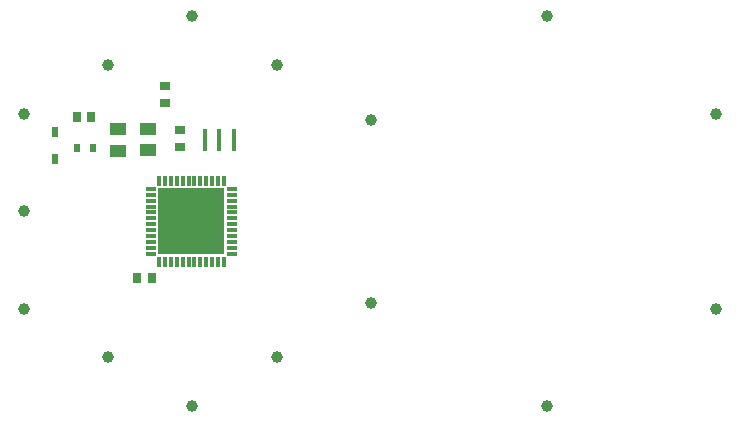
<source format=gbr>
%FSTAX23Y23*%
%MOIN*%
%SFA1B1*%

%IPPOS*%
%AMD29*
4,1,8,-0.009800,0.017100,-0.009800,0.017100,-0.017100,-0.009800,-0.017100,-0.009800,0.009900,-0.017100,0.009900,-0.017100,0.017100,0.009800,0.017100,0.009800,-0.009800,0.017100,0.0*
1,1,0.039370,0.000000,0.000000*
1,1,0.039370,0.000000,0.000000*
1,1,0.039370,0.000000,0.000000*
1,1,0.039370,0.000000,0.000000*
%
%AMD30*
4,1,8,-0.019700,0.000000,-0.019700,0.000000,0.000000,-0.019700,0.000000,-0.019700,0.019700,0.000000,0.019700,0.000000,0.000000,0.019700,0.000000,0.019700,-0.019700,0.000000,0.0*
1,1,0.039370,0.000000,0.000000*
1,1,0.039370,0.000000,0.000000*
1,1,0.039370,0.000000,0.000000*
1,1,0.039370,0.000000,0.000000*
%
%AMD31*
4,1,8,0.009900,0.017100,0.009900,0.017100,-0.017100,0.009800,-0.017100,0.009800,-0.009900,-0.017100,-0.009900,-0.017100,0.017100,-0.009900,0.017100,-0.009900,0.009900,0.017100,0.0*
1,1,0.039370,0.000000,0.000000*
1,1,0.039370,0.000000,0.000000*
1,1,0.039370,0.000000,0.000000*
1,1,0.039370,0.000000,0.000000*
%
%ADD27R,0.035039X0.025197*%
G04~CAMADD=29~8~0.0~0.0~393.7~393.7~196.9~0.0~15~0.0~0.0~0.0~0.0~0~0.0~0.0~0.0~0.0~0~0.0~0.0~0.0~30.0~392.0~392.0*
%ADD29D29*%
G04~CAMADD=30~8~0.0~0.0~393.7~393.7~196.9~0.0~15~0.0~0.0~0.0~0.0~0~0.0~0.0~0.0~0.0~0~0.0~0.0~0.0~90.0~394.0~393.0*
%ADD30D30*%
G04~CAMADD=31~8~0.0~0.0~393.7~393.7~196.9~0.0~15~0.0~0.0~0.0~0.0~0~0.0~0.0~0.0~0.0~0~0.0~0.0~0.0~330.0~392.0~392.0*
%ADD31D31*%
%ADD56R,0.015752X0.074803*%
%ADD57R,0.031496X0.037401*%
%ADD58R,0.019685X0.035433*%
%ADD59R,0.224409X0.224409*%
%ADD60R,0.023622X0.031496*%
%ADD61R,0.011811X0.033465*%
%ADD62R,0.055000X0.043000*%
%ADD63R,0.033465X0.011811*%
G54D27*
X-00691Y00361D03*
X-00642Y00214D03*
Y00269D03*
X-00691Y00416D03*
G54D29*
X00581Y0065D03*
Y-0065D03*
X-006Y0065D03*
Y-0065D03*
X-00318Y00487D03*
X-00881Y-00487D03*
G54D30*
X-00881Y00487D03*
X-00006Y00305D03*
X01144Y-00325D03*
X-01163Y00325D03*
X-00006Y-00305D03*
X-00318Y-00487D03*
G54D31*
X01144Y00325D03*
X-01163Y-00325D03*
X-01163Y0D03*
G54D56*
X-0051Y00236D03*
X-00557D03*
X-00463D03*
G54D57*
X-00986Y00312D03*
X-00786Y-00223D03*
X-00736D03*
X-00937Y00312D03*
G54D58*
X-01058Y00265D03*
Y00174D03*
G54D59*
X-00604Y-00034D03*
G54D60*
X-00931Y00209D03*
X-00986D03*
G54D61*
X-00613Y00101D03*
X-00633D03*
X-00653D03*
X-00712D03*
X-00692D03*
X-00672D03*
X-00535D03*
X-00515D03*
X-00495D03*
Y-00169D03*
X-00515D03*
X-00535D03*
X-00554D03*
X-00574D03*
X-00594D03*
X-00613D03*
X-00633D03*
X-00653D03*
X-00672D03*
X-00692D03*
X-00712D03*
X-00594Y00101D03*
X-00554D03*
X-00574D03*
G54D62*
X-00748Y00202D03*
X-00847Y00201D03*
Y00274D03*
X-00748Y00275D03*
G54D63*
X-00468Y00054D03*
Y00074D03*
Y00034D03*
Y00015D03*
Y-00004D03*
Y-00024D03*
Y-00043D03*
Y-00063D03*
Y-00083D03*
Y-00102D03*
Y-00122D03*
Y-00142D03*
X-00739D03*
Y-00122D03*
Y-00102D03*
Y-00083D03*
Y-00063D03*
Y-00043D03*
Y-00024D03*
Y-00004D03*
Y00015D03*
Y00034D03*
Y00054D03*
Y00074D03*
M02*
</source>
